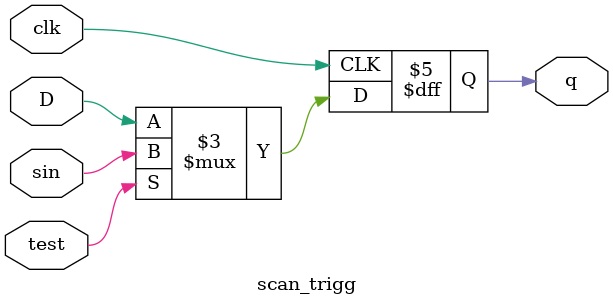
<source format=sv>
module scan_reg (input logic clk,
                 input logic test,
					  input logic sin,
					  input logic [3:0] D,
					  
                 output logic sout,
					  output logic [3:0] q);
					  
					  logic s0, s1, s2;
					  
scan_trigg str0(clk, test, D[0], sin, q[0]), 
str1(clk, test, D[1], q[0], q[1]), 
str2(clk, test, D[2], q[1], q[2]), 
str3(clk, test, D[3], q[2], q[3]);

assign sout = q[3];
   
endmodule



module scan_trigg (input logic clk,
                 
					  input logic test,
					  input logic D,
					  input logic sin,
					  
                 output logic q);
					  
					  
		always_ff @(posedge clk)
           if (test) q <= sin;
	  else q <= D;
  
endmodule


</source>
